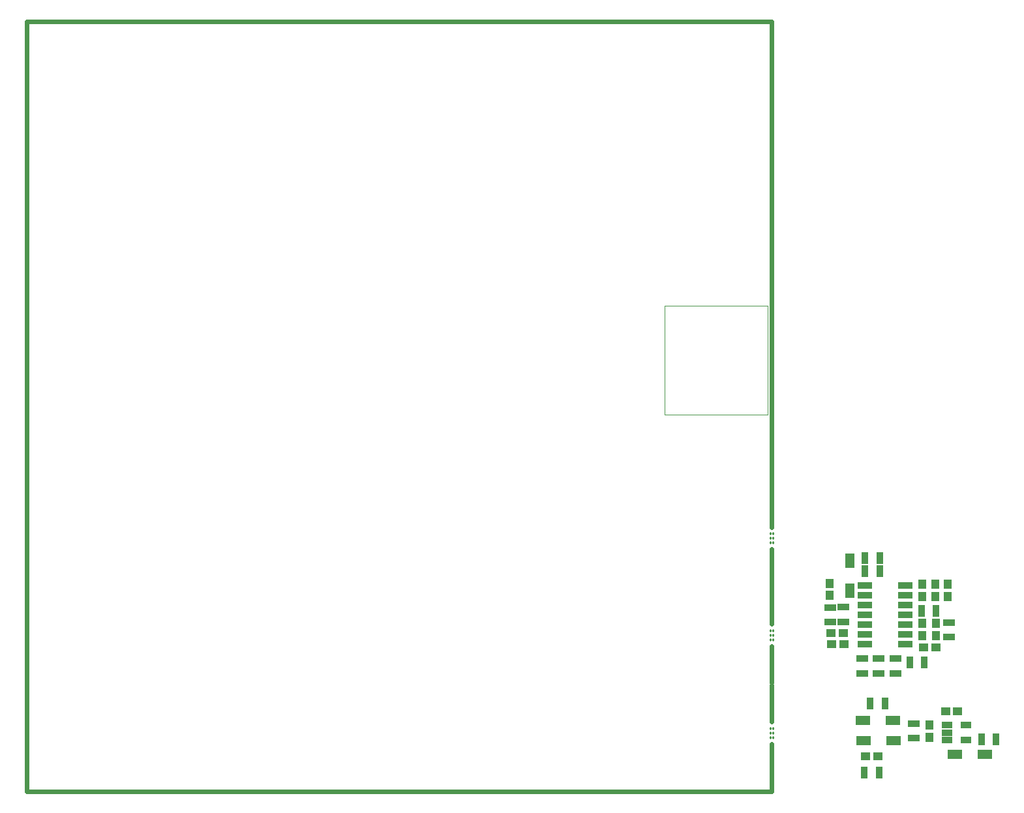
<source format=gbp>
G04*
G04 #@! TF.GenerationSoftware,Altium Limited,Altium Designer,21.6.1 (37)*
G04*
G04 Layer_Color=128*
%FSLAX25Y25*%
%MOIN*%
G70*
G04*
G04 #@! TF.SameCoordinates,ED18229B-BDCB-4A3C-9D88-49826DFA0344*
G04*
G04*
G04 #@! TF.FilePolarity,Positive*
G04*
G01*
G75*
%ADD22C,0.02362*%
%ADD23C,0.00984*%
%ADD24C,0.00394*%
%ADD27R,0.03756X0.06118*%
%ADD31R,0.04800X0.04100*%
%ADD33R,0.06118X0.03756*%
%ADD38R,0.04100X0.04800*%
%ADD206R,0.04543X0.07299*%
%ADD207R,0.07299X0.04543*%
%ADD208R,0.05764X0.03323*%
%ADD209R,0.07299X0.03402*%
D22*
X379134Y153150D02*
Y392913D01*
X-1575D02*
X379134D01*
X-1575Y-787D02*
Y392913D01*
Y-787D02*
X379134D01*
Y23622D01*
Y34646D02*
Y53543D01*
Y84646D02*
Y103543D01*
Y54724D02*
Y73622D01*
Y104331D02*
Y123228D01*
Y134252D02*
Y153150D01*
D23*
X378346Y31102D02*
Y31890D01*
Y28740D02*
Y29528D01*
Y26378D02*
Y27165D01*
X379921Y31102D02*
Y31890D01*
Y28740D02*
Y29528D01*
Y26378D02*
Y27165D01*
X378346Y81102D02*
Y81890D01*
Y78740D02*
Y79528D01*
Y76378D02*
Y77165D01*
X379921Y81102D02*
Y81890D01*
Y78740D02*
Y79528D01*
Y76378D02*
Y77165D01*
Y125984D02*
Y126772D01*
Y128347D02*
Y129134D01*
Y130709D02*
Y131496D01*
X378346Y125984D02*
Y126772D01*
Y128347D02*
Y129134D01*
Y130709D02*
Y131496D01*
D24*
X324485Y191908D02*
X377194Y191908D01*
X377194Y247452D02*
X377194Y191908D01*
X324485Y247452D02*
X377194Y247452D01*
X324485Y191908D02*
Y247452D01*
D27*
X426910Y111920D02*
D03*
X434390D02*
D03*
X426860Y118610D02*
D03*
X434340D02*
D03*
X433965Y8630D02*
D03*
X426485D02*
D03*
X493820Y25820D02*
D03*
X486340D02*
D03*
X429540Y44150D02*
D03*
X437020D02*
D03*
X449660Y65190D02*
D03*
X457140D02*
D03*
X463270Y91460D02*
D03*
X455790D02*
D03*
D31*
X415840Y80180D02*
D03*
X409540D02*
D03*
X416020Y74520D02*
D03*
X409720D02*
D03*
X427100Y17080D02*
D03*
X433400D02*
D03*
X467950Y40250D02*
D03*
X474250D02*
D03*
X463000Y72900D02*
D03*
X456700D02*
D03*
D33*
X415820Y85870D02*
D03*
Y93350D02*
D03*
X409140Y85730D02*
D03*
Y93210D02*
D03*
X451770Y26350D02*
D03*
Y33830D02*
D03*
X442350Y67070D02*
D03*
Y59590D02*
D03*
X433920Y67070D02*
D03*
Y59590D02*
D03*
X425500Y67070D02*
D03*
Y59590D02*
D03*
X469640Y85605D02*
D03*
Y78125D02*
D03*
D38*
X408810Y105610D02*
D03*
Y99310D02*
D03*
X459840Y26820D02*
D03*
Y33120D02*
D03*
X463040Y78740D02*
D03*
Y85040D02*
D03*
X456140Y78740D02*
D03*
Y85040D02*
D03*
X456050Y98920D02*
D03*
Y105220D02*
D03*
X462800Y98920D02*
D03*
Y105220D02*
D03*
X469100Y98920D02*
D03*
Y105220D02*
D03*
D206*
X418960Y101686D02*
D03*
Y117040D02*
D03*
D207*
X472630Y18220D02*
D03*
X487984D02*
D03*
X441367Y24970D02*
D03*
X426013D02*
D03*
X440974Y35360D02*
D03*
X425620D02*
D03*
D208*
X468730Y25510D02*
D03*
Y29250D02*
D03*
Y32990D02*
D03*
X478612D02*
D03*
Y25510D02*
D03*
D209*
X447431Y104430D02*
D03*
Y99430D02*
D03*
Y94430D02*
D03*
Y89430D02*
D03*
Y84430D02*
D03*
Y79430D02*
D03*
Y74430D02*
D03*
X426919D02*
D03*
Y79430D02*
D03*
Y84430D02*
D03*
Y89430D02*
D03*
Y94430D02*
D03*
Y99430D02*
D03*
Y104430D02*
D03*
M02*

</source>
